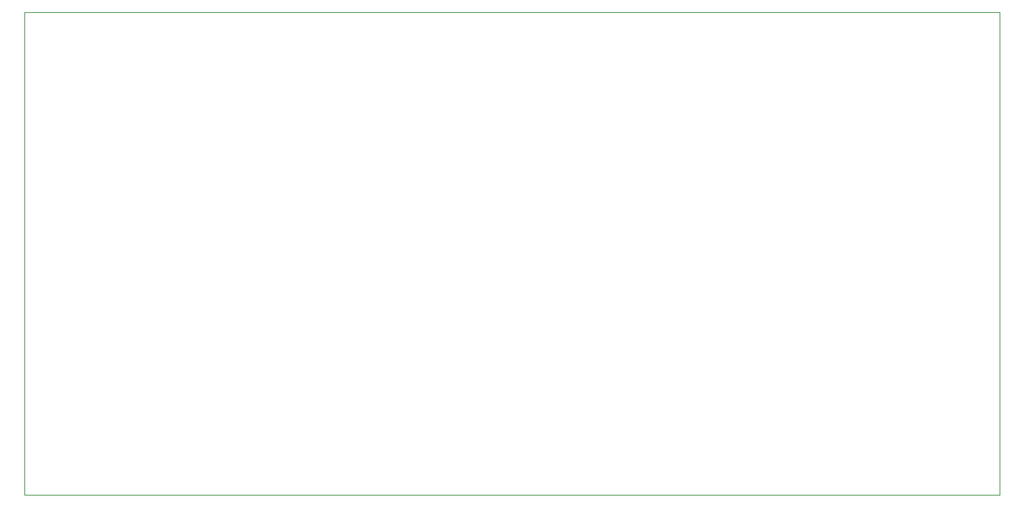
<source format=gbr>
G04 #@! TF.GenerationSoftware,KiCad,Pcbnew,6.0.2-378541a8eb~116~ubuntu20.04.1*
G04 #@! TF.CreationDate,2022-03-04T16:59:05+01:00*
G04 #@! TF.ProjectId,power-ice,706f7765-722d-4696-9365-2e6b69636164,rev?*
G04 #@! TF.SameCoordinates,Original*
G04 #@! TF.FileFunction,Profile,NP*
%FSLAX46Y46*%
G04 Gerber Fmt 4.6, Leading zero omitted, Abs format (unit mm)*
G04 Created by KiCad (PCBNEW 6.0.2-378541a8eb~116~ubuntu20.04.1) date 2022-03-04 16:59:05*
%MOMM*%
%LPD*%
G01*
G04 APERTURE LIST*
G04 #@! TA.AperFunction,Profile*
%ADD10C,0.050000*%
G04 #@! TD*
G04 APERTURE END LIST*
D10*
X204000000Y-83000000D02*
X89000000Y-83000000D01*
X89000000Y-26000000D02*
X204000000Y-26000000D01*
X204000000Y-26000000D02*
X204000000Y-82000000D01*
X89000000Y-83000000D02*
X89000000Y-26000000D01*
X204000000Y-82000000D02*
X204000000Y-83000000D01*
M02*

</source>
